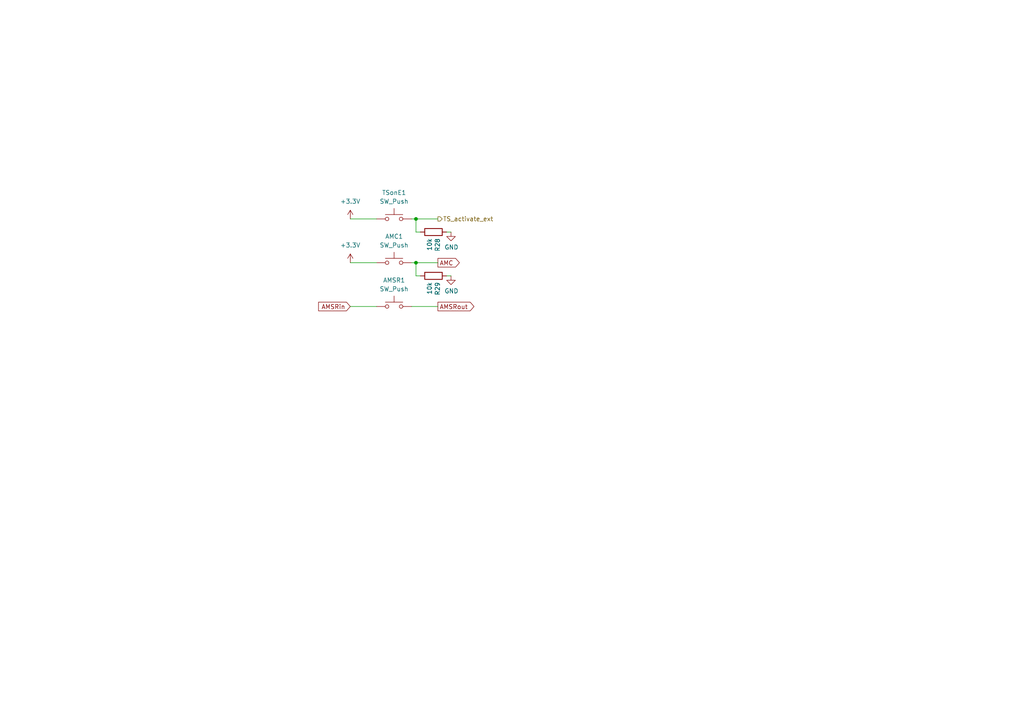
<source format=kicad_sch>
(kicad_sch (version 20230121) (generator eeschema)
  (paper "A4")
  (lib_symbols
    (symbol "Device:R" (pin_numbers hide) (pin_names (offset 0))
      (property "Reference" "R" (at 2.032 0 90))
      (property "Value" "R" (at 0 0 90))
      (symbol "R_0_1"
        (rectangle (start -1.016 -2.54) (end 1.016 2.54) (stroke (width 0.254)))
      )
      (symbol "R_1_1"
        (pin passive line (at 0 3.81 270) (length 1.27) (name "~") (number "1"))
        (pin passive line (at 0 -3.81 90) (length 1.27) (name "~") (number "2"))
      )
    )
    (symbol "Switch:SW_Push" (pin_numbers hide) (pin_names (offset 1.016) hide)
      (property "Reference" "SW" (at 1.27 2.54 0))
      (property "Value" "SW_Push" (at 0 -1.524 0))
      (symbol "SW_Push_0_1"
        (circle (center -2.032 0) (radius 0.508))
        (polyline (pts (xy 0 1.27) (xy 0 3.048)))
        (polyline (pts (xy 2.54 1.27) (xy -2.54 1.27)))
        (circle (center 2.032 0) (radius 0.508))
        (pin passive line (at -5.08 0 0) (length 2.54) (name "1") (number "1"))
        (pin passive line (at 5.08 0 180) (length 2.54) (name "2") (number "2"))
      )
    )
    (symbol "power:+3.3V" (power) (pin_names (offset 0))
      (property "Value" "+3.3V" (at 0 3.556 0))
      (symbol "+3.3V_0_1"
        (polyline (pts (xy -0.762 1.27) (xy 0 2.54)))
        (polyline (pts (xy 0 0) (xy 0 2.54)))
        (polyline (pts (xy 0 2.54) (xy 0.762 1.27)))
      )
      (symbol "+3.3V_1_1"
        (pin power_in line (at 0 0 90) (length 0) hide (name "+3.3V") (number "1"))
      )
    )
    (symbol "power:GND" (power) (pin_names (offset 0))
      (property "Value" "GND" (at 0 -3.81 0))
      (symbol "GND_0_1"
        (polyline (pts (xy 0 0) (xy 0 -1.27) (xy 1.27 -1.27) (xy 0 -2.54) (xy -1.27 -1.27) (xy 0 -1.27)))
      )
      (symbol "GND_1_1"
        (pin power_in line (at 0 0 270) (length 0) hide (name "GND") (number "1"))
      )
    )
  )
  (junction (at 120.65 76.2))
  (junction (at 120.65 63.5))
  (wire (pts (xy 109.22 63.5) (xy 101.6 63.5)))
  (wire (pts (xy 130.81 80.01) (xy 129.54 80.01)))
  (wire (pts (xy 120.65 63.5) (xy 120.65 67.31)))
  (wire (pts (xy 119.38 76.2) (xy 120.65 76.2)))
  (wire (pts (xy 120.65 76.2) (xy 127 76.2)))
  (wire (pts (xy 119.38 88.9) (xy 127 88.9)))
  (wire (pts (xy 130.81 67.31) (xy 129.54 67.31)))
  (wire (pts (xy 120.65 76.2) (xy 120.65 80.01)))
  (wire (pts (xy 120.65 63.5) (xy 119.38 63.5)))
  (wire (pts (xy 101.6 88.9) (xy 109.22 88.9)))
  (wire (pts (xy 127 63.5) (xy 120.65 63.5)))
  (wire (pts (xy 120.65 67.31) (xy 121.92 67.31)))
  (wire (pts (xy 101.6 76.2) (xy 109.22 76.2)))
  (wire (pts (xy 120.65 80.01) (xy 121.92 80.01)))
  (global_label "AMSRin" (shape input) (at 101.6 88.9 180) (property "Intersheetrefs" "${INTERSHEET_REFS}" (effects hide)))
  (global_label "AMSRout" (shape output) (at 127 88.9 0) (property "Intersheetrefs" "${INTERSHEET_REFS}" (effects hide)))
  (global_label "AMC" (shape output) (at 127 76.2 0) (property "Intersheetrefs" "${INTERSHEET_REFS}" (effects hide)))
  (hierarchical_label "TS_activate_ext" (shape output) (at 127 63.5 0))
  (symbol (lib_id "Switch:SW_Push") (at 114.3 88.9 0) (mirror y) (unit 1)
    (property "Reference" "AMSR1" (at 114.3 81.28 0))
    (property "Value" "SW_Push" (at 114.3 83.82 0))
    (property "Footprint" "Custom:APEM-ISx3SAD_Harwin_S9091-46R_NoSilk" (effects hide))
  )
  (symbol (lib_id "Switch:SW_Push") (at 114.3 76.2 0) (mirror y) (unit 1)
    (property "Reference" "AMC1" (at 114.3 68.58 0))
    (property "Value" "SW_Push" (at 114.3 71.12 0))
    (property "Footprint" "Custom:APEM-ISx3SAD_Harwin_S9091-46R_NoSilk" (effects hide))
  )
  (symbol (lib_id "Device:R") (at 125.73 67.31 270) (unit 1)
    (property "Reference" "R28" (at 126.8984 69.088 0) (effects (justify left)))
    (property "Value" "10k" (at 124.587 69.088 0) (effects (justify left)))
    (property "Footprint" "Resistor_SMD:R_0603_1608Metric_Pad0.98x0.95mm_HandSolder" (effects hide))
  )
  (symbol (lib_id "power:GND") (at 130.81 80.01 0) (unit 1)
    (property "Reference" "#PWR017" (effects hide))
    (property "Value" "GND" (at 130.937 84.4042 0))
  )
  (symbol (lib_id "Switch:SW_Push") (at 114.3 63.5 0) (mirror y) (unit 1)
    (property "Reference" "TSonE1" (at 114.3 55.88 0))
    (property "Value" "SW_Push" (at 114.3 58.42 0))
    (property "Footprint" "Custom:APEM-ISx3SAD_Harwin_S9091-46R_NoSilk" (effects hide))
  )
  (symbol (lib_id "power:+3.3V") (at 101.6 76.2 0) (unit 1)
    (property "Reference" "#PWR0108" (effects hide))
    (property "Value" "+3.3V" (at 101.6 71.12 0))
  )
  (symbol (lib_id "power:+3.3V") (at 101.6 63.5 0) (unit 1)
    (property "Reference" "#PWR0109" (effects hide))
    (property "Value" "+3.3V" (at 101.6 58.42 0))
  )
  (symbol (lib_id "power:GND") (at 130.81 67.31 0) (unit 1)
    (property "Reference" "#PWR016" (effects hide))
    (property "Value" "GND" (at 130.937 71.7042 0))
  )
  (symbol (lib_id "Device:R") (at 125.73 80.01 270) (unit 1)
    (property "Reference" "R29" (at 126.8984 81.788 0) (effects (justify left)))
    (property "Value" "10k" (at 124.587 81.788 0) (effects (justify left)))
    (property "Footprint" "Resistor_SMD:R_0603_1608Metric_Pad0.98x0.95mm_HandSolder" (effects hide))
  )
)
</source>
